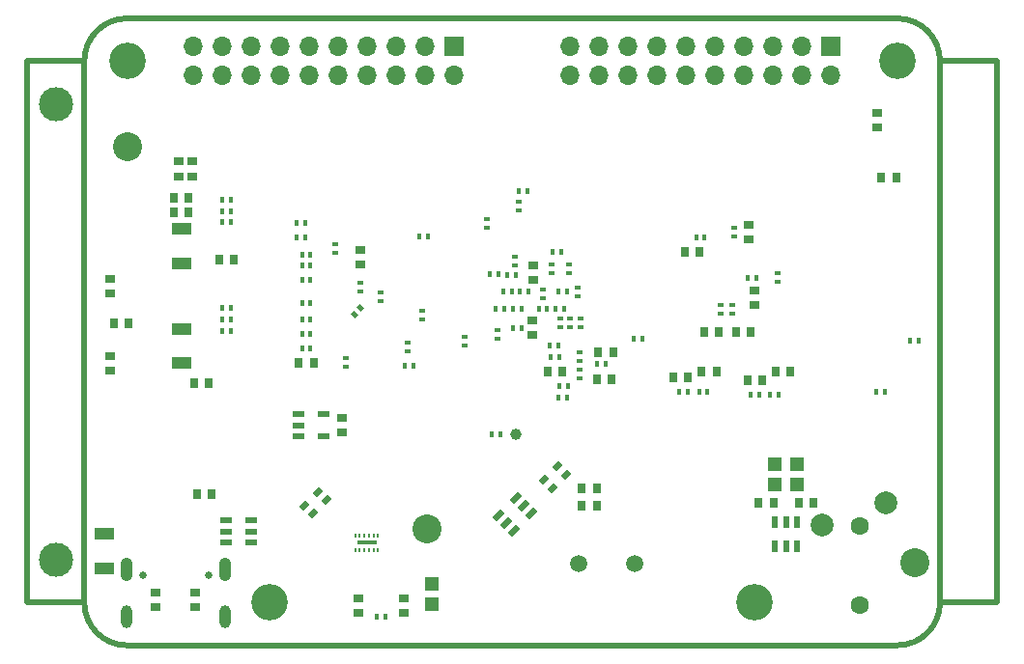
<source format=gbr>
G04 #@! TF.GenerationSoftware,KiCad,Pcbnew,6.0.0-d3dd2cf0fa~116~ubuntu20.04.1*
G04 #@! TF.CreationDate,2022-01-15T15:14:34-05:00*
G04 #@! TF.ProjectId,EX-PCB-10108-001,45582d50-4342-42d3-9130-3130382d3030,A*
G04 #@! TF.SameCoordinates,Original*
G04 #@! TF.FileFunction,Soldermask,Bot*
G04 #@! TF.FilePolarity,Negative*
%FSLAX46Y46*%
G04 Gerber Fmt 4.6, Leading zero omitted, Abs format (unit mm)*
G04 Created by KiCad (PCBNEW 6.0.0-d3dd2cf0fa~116~ubuntu20.04.1) date 2022-01-15 15:14:34*
%MOMM*%
%LPD*%
G01*
G04 APERTURE LIST*
G04 Aperture macros list*
%AMRotRect*
0 Rectangle, with rotation*
0 The origin of the aperture is its center*
0 $1 length*
0 $2 width*
0 $3 Rotation angle, in degrees counterclockwise*
0 Add horizontal line*
21,1,$1,$2,0,0,$3*%
G04 Aperture macros list end*
G04 #@! TA.AperFunction,Profile*
%ADD10C,0.500000*%
G04 #@! TD*
%ADD11C,3.000000*%
%ADD12C,2.000000*%
%ADD13O,1.000000X2.000000*%
%ADD14O,1.050000X2.100000*%
%ADD15C,0.650000*%
%ADD16R,0.510000X0.450000*%
%ADD17R,0.450000X0.510000*%
%ADD18R,0.710000X0.810000*%
%ADD19R,0.810000X0.710000*%
%ADD20R,0.200000X0.450000*%
%ADD21R,1.800000X0.400000*%
%ADD22C,2.540000*%
%ADD23R,1.250000X1.150000*%
%ADD24R,1.800000X1.070000*%
%ADD25C,1.600000*%
%ADD26R,1.700000X1.700000*%
%ADD27O,1.700000X1.700000*%
%ADD28C,1.500000*%
%ADD29C,3.200000*%
%ADD30R,0.550000X1.060000*%
%ADD31R,1.060000X0.550000*%
%ADD32RotRect,1.060000X0.550000X45.000000*%
%ADD33RotRect,0.800000X0.500000X225.000000*%
%ADD34R,1.060000X0.500000*%
%ADD35C,1.000000*%
%ADD36RotRect,0.450000X0.510000X225.000000*%
G04 APERTURE END LIST*
D10*
X41450000Y-85250000D02*
X46450000Y-85250000D01*
X41450000Y-132750000D02*
X46450000Y-132750000D01*
X121450000Y-132750000D02*
X126450000Y-132750000D01*
X126450000Y-85250000D02*
X121450000Y-85250000D01*
X126450000Y-85250000D02*
X126450000Y-132750000D01*
X41450000Y-85250000D02*
X41450000Y-132750000D01*
X121450000Y-85250000D02*
G75*
G03*
X117700000Y-81500000I-3750000J0D01*
G01*
X50200000Y-81500000D02*
G75*
G03*
X46450000Y-85250000I0J-3750000D01*
G01*
X46450000Y-132750000D02*
G75*
G03*
X50200000Y-136500000I3750000J0D01*
G01*
X117700000Y-136500000D02*
G75*
G03*
X121450000Y-132750000I0J3750000D01*
G01*
X46450000Y-85250000D02*
X46450000Y-132750000D01*
X117700000Y-136500000D02*
X50200000Y-136500000D01*
X117700000Y-81500000D02*
X50200000Y-81500000D01*
X121450000Y-85250000D02*
X121450000Y-132750000D01*
D11*
X43950000Y-129025000D03*
X43950000Y-89025000D03*
D12*
X116725000Y-123975000D03*
X111075000Y-125950000D03*
D13*
X50130000Y-134000000D03*
X58770000Y-134000000D03*
D14*
X50130000Y-129820000D03*
X58770000Y-129820000D03*
D15*
X57340000Y-130320000D03*
X51560000Y-130320000D03*
D16*
X103450000Y-99875000D03*
X103450000Y-100625000D03*
X102200000Y-106625000D03*
X102200000Y-107375000D03*
D17*
X104575000Y-104250000D03*
X105325000Y-104250000D03*
D16*
X103200000Y-106625000D03*
X103200000Y-107375000D03*
D17*
X119575000Y-109750000D03*
X118825000Y-109750000D03*
X116575000Y-114250000D03*
X115825000Y-114250000D03*
D18*
X100345000Y-102000000D03*
X99055000Y-102000000D03*
D17*
X100075000Y-100750000D03*
X100825000Y-100750000D03*
D19*
X104700000Y-100895000D03*
X104700000Y-99605000D03*
D18*
X102095000Y-109000000D03*
X100805000Y-109000000D03*
D19*
X105200000Y-105355000D03*
X105200000Y-106645000D03*
D18*
X103555000Y-109000000D03*
X104845000Y-109000000D03*
D17*
X88075000Y-113750000D03*
X88825000Y-113750000D03*
X88025000Y-114750000D03*
X88775000Y-114750000D03*
X87325000Y-111250000D03*
X88075000Y-111250000D03*
D16*
X89700000Y-105875000D03*
X89700000Y-105125000D03*
X107200000Y-103875000D03*
X107200000Y-104625000D03*
D20*
X71000000Y-128125000D03*
X71400000Y-128125000D03*
X71800000Y-128125000D03*
X72200000Y-128125000D03*
X70200000Y-128125000D03*
X70600000Y-128125000D03*
X71800000Y-126875000D03*
X72200000Y-126875000D03*
X71000000Y-126875000D03*
X71400000Y-126875000D03*
X70600000Y-126875000D03*
X70200000Y-126875000D03*
D21*
X71200000Y-127500000D03*
D19*
X56200000Y-133145000D03*
X56200000Y-131855000D03*
X52700000Y-133145000D03*
X52700000Y-131855000D03*
X115950000Y-91045000D03*
X115950000Y-89755000D03*
D18*
X116305000Y-95500000D03*
X117595000Y-95500000D03*
D17*
X100325000Y-114250000D03*
X101075000Y-114250000D03*
X98575000Y-114250000D03*
X99325000Y-114250000D03*
X106575000Y-114500000D03*
X107325000Y-114500000D03*
X104825000Y-114500000D03*
X105575000Y-114500000D03*
D22*
X119200000Y-129250000D03*
D23*
X106950000Y-122375000D03*
X106950000Y-120625000D03*
X108950000Y-122375000D03*
X108950000Y-120625000D03*
X76950000Y-131125000D03*
X76950000Y-132875000D03*
D24*
X54950000Y-111755000D03*
X54950000Y-108745000D03*
X54950000Y-103005000D03*
X54950000Y-99995000D03*
D18*
X56305000Y-123250000D03*
X57595000Y-123250000D03*
X106845000Y-124000000D03*
X105555000Y-124000000D03*
X109055000Y-124000000D03*
X110345000Y-124000000D03*
X88345000Y-112500000D03*
X87055000Y-112500000D03*
X101845000Y-112500000D03*
X100555000Y-112500000D03*
X104555000Y-113250000D03*
X105845000Y-113250000D03*
D19*
X74450000Y-132355000D03*
X74450000Y-133645000D03*
X70450000Y-132355000D03*
X70450000Y-133645000D03*
D17*
X72075000Y-134000000D03*
X72825000Y-134000000D03*
D18*
X108345000Y-112500000D03*
X107055000Y-112500000D03*
X56055000Y-113500000D03*
X57345000Y-113500000D03*
X49055000Y-108250000D03*
X50345000Y-108250000D03*
X90055000Y-122750000D03*
X91345000Y-122750000D03*
X90055000Y-124250000D03*
X91345000Y-124250000D03*
D19*
X48700000Y-111105000D03*
X48700000Y-112395000D03*
D18*
X98055000Y-113000000D03*
X99345000Y-113000000D03*
D19*
X48700000Y-105645000D03*
X48700000Y-104355000D03*
D25*
X114450000Y-126000000D03*
X114450000Y-133000000D03*
D26*
X111880000Y-83980000D03*
D27*
X111880000Y-86520000D03*
X109340000Y-83980000D03*
X109340000Y-86520000D03*
X106800000Y-83980000D03*
X106800000Y-86520000D03*
X104260000Y-83980000D03*
X104260000Y-86520000D03*
X101720000Y-83980000D03*
X101720000Y-86520000D03*
X99180000Y-83980000D03*
X99180000Y-86520000D03*
X96640000Y-83980000D03*
X96640000Y-86520000D03*
X94100000Y-83980000D03*
X94100000Y-86520000D03*
X91560000Y-83980000D03*
X91560000Y-86520000D03*
X89020000Y-83980000D03*
X89020000Y-86520000D03*
D26*
X78880000Y-83980000D03*
D27*
X78880000Y-86520000D03*
X76340000Y-83980000D03*
X76340000Y-86520000D03*
X73800000Y-83980000D03*
X73800000Y-86520000D03*
X71260000Y-83980000D03*
X71260000Y-86520000D03*
X68720000Y-83980000D03*
X68720000Y-86520000D03*
X66180000Y-83980000D03*
X66180000Y-86520000D03*
X63640000Y-83980000D03*
X63640000Y-86520000D03*
X61100000Y-83980000D03*
X61100000Y-86520000D03*
X58560000Y-83980000D03*
X58560000Y-86520000D03*
X56020000Y-83980000D03*
X56020000Y-86520000D03*
D28*
X94650000Y-129350000D03*
X89750000Y-129350000D03*
D29*
X50200000Y-85250000D03*
D30*
X108900000Y-127850000D03*
X107950000Y-127850000D03*
X107000000Y-127850000D03*
X107000000Y-125650000D03*
X108900000Y-125650000D03*
X107950000Y-125650000D03*
D31*
X61050000Y-125550000D03*
X61050000Y-126500000D03*
X61050000Y-127450000D03*
X58850000Y-127450000D03*
X58850000Y-125550000D03*
X58850000Y-126500000D03*
D32*
X84093934Y-126449569D03*
X83422183Y-125777817D03*
X82750431Y-125106066D03*
X84306066Y-123550431D03*
X85649569Y-124893934D03*
X84977817Y-124222183D03*
D29*
X62700000Y-132750000D03*
X117700000Y-85250000D03*
X105200000Y-132750000D03*
D33*
X67654594Y-123752513D03*
X66452513Y-124954594D03*
X65745406Y-124247487D03*
X66947487Y-123045406D03*
D24*
X48200000Y-129755000D03*
X48200000Y-126745000D03*
D33*
X88654594Y-121502513D03*
X87452513Y-122704594D03*
X86745406Y-121997487D03*
X87947487Y-120795406D03*
D17*
X95350000Y-109600000D03*
X94600000Y-109600000D03*
D16*
X84500000Y-98325000D03*
X84500000Y-97575000D03*
D17*
X84525000Y-96650000D03*
X85275000Y-96650000D03*
D16*
X81700000Y-99125000D03*
X81700000Y-99875000D03*
D22*
X76450000Y-126250000D03*
X50200000Y-92750000D03*
D17*
X59275000Y-106900000D03*
X58525000Y-106900000D03*
X59275000Y-98400000D03*
X58525000Y-98400000D03*
X58525000Y-99400000D03*
X59275000Y-99400000D03*
X58525000Y-107900000D03*
X59275000Y-107900000D03*
X58525000Y-97400000D03*
X59275000Y-97400000D03*
D18*
X55595000Y-97250000D03*
X54305000Y-97250000D03*
D19*
X69050000Y-117845000D03*
X69050000Y-116555000D03*
D34*
X67400000Y-118150000D03*
X67400000Y-116250000D03*
X65200000Y-116250000D03*
X65200000Y-117200000D03*
X65200000Y-118150000D03*
D35*
X84300000Y-117950000D03*
D17*
X82175000Y-117950000D03*
X82925000Y-117950000D03*
D18*
X55595000Y-98500000D03*
X54305000Y-98500000D03*
D17*
X58525000Y-108900000D03*
X59275000Y-108900000D03*
D18*
X91355000Y-113150000D03*
X92645000Y-113150000D03*
X91505000Y-110750000D03*
X92795000Y-110750000D03*
X58255000Y-102650000D03*
X59545000Y-102650000D03*
D16*
X84200000Y-103175000D03*
X84200000Y-102425000D03*
D17*
X65525000Y-103200000D03*
X66275000Y-103200000D03*
X65525000Y-104450000D03*
X66275000Y-104450000D03*
D16*
X70650000Y-105447599D03*
X70650000Y-104697599D03*
X79750000Y-109475000D03*
X79750000Y-110225000D03*
D19*
X54725000Y-95345000D03*
X54725000Y-94055000D03*
X55925000Y-95345000D03*
X55925000Y-94055000D03*
D17*
X87525000Y-101950000D03*
X88275000Y-101950000D03*
D16*
X89000000Y-107800000D03*
X89000000Y-108550000D03*
D17*
X82775000Y-103950000D03*
X82025000Y-103950000D03*
X65525000Y-102200000D03*
X66275000Y-102200000D03*
X65525000Y-106450000D03*
X66275000Y-106450000D03*
X65525000Y-107950000D03*
X66275000Y-107950000D03*
X65525000Y-110450000D03*
X66275000Y-110450000D03*
D16*
X69400000Y-111325000D03*
X69400000Y-112075000D03*
D36*
X70134835Y-107465165D03*
X70665165Y-106934835D03*
D17*
X75275000Y-111950000D03*
X74525000Y-111950000D03*
D16*
X74800000Y-109975000D03*
X74800000Y-110725000D03*
D17*
X76575000Y-100650000D03*
X75825000Y-100650000D03*
D16*
X68400000Y-101325000D03*
X68400000Y-102075000D03*
X72400000Y-105575000D03*
X72400000Y-106325000D03*
X76050000Y-107925000D03*
X76050000Y-107175000D03*
D17*
X65525000Y-109200000D03*
X66275000Y-109200000D03*
D19*
X70650000Y-103095000D03*
X70650000Y-101805000D03*
D17*
X83925000Y-105450000D03*
X83175000Y-105450000D03*
X83275000Y-106950000D03*
X82525000Y-106950000D03*
X84275000Y-104050000D03*
X83525000Y-104050000D03*
D16*
X82650000Y-108825000D03*
X82650000Y-109575000D03*
D17*
X65025000Y-100700000D03*
X65775000Y-100700000D03*
X65025000Y-99450000D03*
X65775000Y-99450000D03*
X84775000Y-108700000D03*
X84025000Y-108700000D03*
D19*
X85800000Y-104420000D03*
X85800000Y-103130000D03*
D16*
X88900000Y-103075000D03*
X88900000Y-103825000D03*
X87400000Y-103075000D03*
X87400000Y-103825000D03*
D17*
X92175000Y-111800000D03*
X91425000Y-111800000D03*
D19*
X85750000Y-107955000D03*
X85750000Y-109245000D03*
D17*
X85375000Y-105450000D03*
X84625000Y-105450000D03*
D16*
X89900000Y-111575000D03*
X89900000Y-110825000D03*
D17*
X88525000Y-106950000D03*
X87775000Y-106950000D03*
D16*
X88150000Y-107825000D03*
X88150000Y-108575000D03*
D17*
X84025000Y-106950000D03*
X84775000Y-106950000D03*
D16*
X89900000Y-113075000D03*
X89900000Y-112325000D03*
D17*
X86275000Y-106950000D03*
X87025000Y-106950000D03*
D16*
X86650000Y-106075000D03*
X86650000Y-105325000D03*
X89950000Y-107800000D03*
X89950000Y-108550000D03*
D17*
X88775000Y-105450000D03*
X88025000Y-105450000D03*
X87275000Y-110200000D03*
X88025000Y-110200000D03*
D18*
X66545000Y-111700000D03*
X65255000Y-111700000D03*
M02*

</source>
